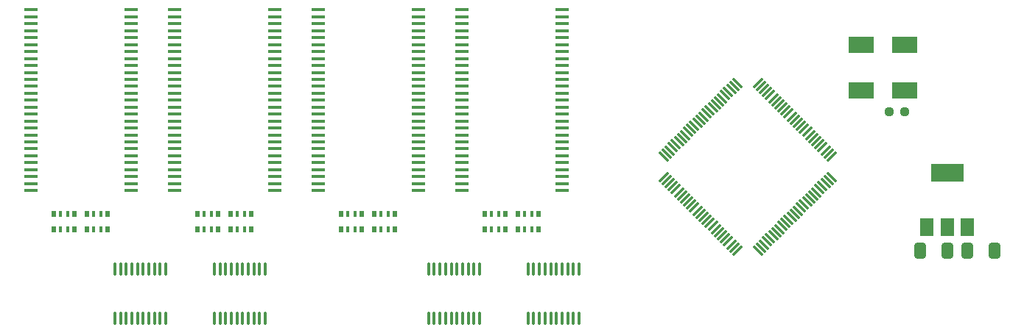
<source format=gbr>
%TF.GenerationSoftware,KiCad,Pcbnew,(6.0.6)*%
%TF.CreationDate,2022-07-10T09:52:36+02:00*%
%TF.ProjectId,GottaGoFaSDZ3,476f7474-6147-46f4-9661-53445a332e6b,rev?*%
%TF.SameCoordinates,Original*%
%TF.FileFunction,Paste,Top*%
%TF.FilePolarity,Positive*%
%FSLAX46Y46*%
G04 Gerber Fmt 4.6, Leading zero omitted, Abs format (unit mm)*
G04 Created by KiCad (PCBNEW (6.0.6)) date 2022-07-10 09:52:36*
%MOMM*%
%LPD*%
G01*
G04 APERTURE LIST*
G04 Aperture macros list*
%AMRoundRect*
0 Rectangle with rounded corners*
0 $1 Rounding radius*
0 $2 $3 $4 $5 $6 $7 $8 $9 X,Y pos of 4 corners*
0 Add a 4 corners polygon primitive as box body*
4,1,4,$2,$3,$4,$5,$6,$7,$8,$9,$2,$3,0*
0 Add four circle primitives for the rounded corners*
1,1,$1+$1,$2,$3*
1,1,$1+$1,$4,$5*
1,1,$1+$1,$6,$7*
1,1,$1+$1,$8,$9*
0 Add four rect primitives between the rounded corners*
20,1,$1+$1,$2,$3,$4,$5,0*
20,1,$1+$1,$4,$5,$6,$7,0*
20,1,$1+$1,$6,$7,$8,$9,0*
20,1,$1+$1,$8,$9,$2,$3,0*%
G04 Aperture macros list end*
%ADD10R,0.500000X0.800000*%
%ADD11R,0.400000X0.800000*%
%ADD12RoundRect,0.100000X-0.100000X0.637500X-0.100000X-0.637500X0.100000X-0.637500X0.100000X0.637500X0*%
%ADD13RoundRect,0.237500X0.250000X0.237500X-0.250000X0.237500X-0.250000X-0.237500X0.250000X-0.237500X0*%
%ADD14RoundRect,0.250000X0.412500X0.650000X-0.412500X0.650000X-0.412500X-0.650000X0.412500X-0.650000X0*%
%ADD15R,1.510000X0.458000*%
%ADD16R,3.000000X1.980000*%
%ADD17RoundRect,0.075000X0.521491X-0.415425X-0.415425X0.521491X-0.521491X0.415425X0.415425X-0.521491X0*%
%ADD18RoundRect,0.075000X0.521491X0.415425X0.415425X0.521491X-0.521491X-0.415425X-0.415425X-0.521491X0*%
%ADD19RoundRect,0.250000X-0.412500X-0.650000X0.412500X-0.650000X0.412500X0.650000X-0.412500X0.650000X0*%
%ADD20R,1.500000X2.000000*%
%ADD21R,3.800000X2.000000*%
G04 APERTURE END LIST*
D10*
%TO.C,RN1*%
X104966469Y-96834478D03*
D11*
X105766469Y-96834478D03*
X106566469Y-96834478D03*
D10*
X107366469Y-96834478D03*
X107366469Y-95034478D03*
D11*
X106566469Y-95034478D03*
X105766469Y-95034478D03*
D10*
X104966469Y-95034478D03*
%TD*%
D12*
%TO.C,U5*%
X165329780Y-101395478D03*
X164679780Y-101395478D03*
X164029780Y-101395478D03*
X163379780Y-101395478D03*
X162729780Y-101395478D03*
X162079780Y-101395478D03*
X161429780Y-101395478D03*
X160779780Y-101395478D03*
X160129780Y-101395478D03*
X159479780Y-101395478D03*
X159479780Y-107120478D03*
X160129780Y-107120478D03*
X160779780Y-107120478D03*
X161429780Y-107120478D03*
X162079780Y-107120478D03*
X162729780Y-107120478D03*
X163379780Y-107120478D03*
X164029780Y-107120478D03*
X164679780Y-107120478D03*
X165329780Y-107120478D03*
%TD*%
D10*
%TO.C,RN8*%
X158306469Y-96834478D03*
D11*
X159106469Y-96834478D03*
X159906469Y-96834478D03*
D10*
X160706469Y-96834478D03*
X160706469Y-95034478D03*
D11*
X159906469Y-95034478D03*
X159106469Y-95034478D03*
D10*
X158306469Y-95034478D03*
%TD*%
D13*
%TO.C,R1*%
X202767092Y-83297157D03*
X200942092Y-83297157D03*
%TD*%
D14*
%TO.C,C3*%
X207645227Y-99280361D03*
X204520227Y-99280361D03*
%TD*%
D10*
%TO.C,RN5*%
X137986469Y-96834478D03*
D11*
X138786469Y-96834478D03*
X139586469Y-96834478D03*
D10*
X140386469Y-96834478D03*
X140386469Y-95034478D03*
D11*
X139586469Y-95034478D03*
X138786469Y-95034478D03*
D10*
X137986469Y-95034478D03*
%TD*%
D15*
%TO.C,U10*%
X163380069Y-92360490D03*
X163380069Y-91560490D03*
X163380069Y-90760490D03*
X163380069Y-89960490D03*
X163380069Y-89160490D03*
X163380069Y-88360490D03*
X163380069Y-87560490D03*
X163380069Y-86760490D03*
X163380069Y-85960490D03*
X163380069Y-85160490D03*
X163380069Y-84360490D03*
X163380069Y-83560490D03*
X163380069Y-82760490D03*
X163380069Y-81960490D03*
X163380069Y-81160490D03*
X163380069Y-80360490D03*
X163380069Y-79560490D03*
X163380069Y-78760490D03*
X163380069Y-77960490D03*
X163380069Y-77160490D03*
X163380069Y-76360490D03*
X163380069Y-75560490D03*
X163380069Y-74760490D03*
X163380069Y-73960490D03*
X163380069Y-73160490D03*
X163380069Y-72360490D03*
X163380069Y-71560490D03*
X151880069Y-71560490D03*
X151880069Y-72360490D03*
X151880069Y-73160490D03*
X151880069Y-73960490D03*
X151880069Y-74760490D03*
X151880069Y-75560490D03*
X151880069Y-76360490D03*
X151880069Y-77160490D03*
X151880069Y-77960490D03*
X151880069Y-78760490D03*
X151880069Y-79560490D03*
X151880069Y-80360490D03*
X151880069Y-81160490D03*
X151880069Y-81960490D03*
X151880069Y-82760490D03*
X151880069Y-83560490D03*
X151880069Y-84360490D03*
X151880069Y-85160490D03*
X151880069Y-85960490D03*
X151880069Y-86760490D03*
X151880069Y-87560490D03*
X151880069Y-88360490D03*
X151880069Y-89160490D03*
X151880069Y-89960490D03*
X151880069Y-90760490D03*
X151880069Y-91560490D03*
X151880069Y-92360490D03*
%TD*%
D16*
%TO.C,X1*%
X197779792Y-75612757D03*
X197779792Y-80872757D03*
X202779792Y-80872757D03*
X202779792Y-75612757D03*
%TD*%
D15*
%TO.C,U7*%
X113850069Y-92360490D03*
X113850069Y-91560490D03*
X113850069Y-90760490D03*
X113850069Y-89960490D03*
X113850069Y-89160490D03*
X113850069Y-88360490D03*
X113850069Y-87560490D03*
X113850069Y-86760490D03*
X113850069Y-85960490D03*
X113850069Y-85160490D03*
X113850069Y-84360490D03*
X113850069Y-83560490D03*
X113850069Y-82760490D03*
X113850069Y-81960490D03*
X113850069Y-81160490D03*
X113850069Y-80360490D03*
X113850069Y-79560490D03*
X113850069Y-78760490D03*
X113850069Y-77960490D03*
X113850069Y-77160490D03*
X113850069Y-76360490D03*
X113850069Y-75560490D03*
X113850069Y-74760490D03*
X113850069Y-73960490D03*
X113850069Y-73160490D03*
X113850069Y-72360490D03*
X113850069Y-71560490D03*
X102350069Y-71560490D03*
X102350069Y-72360490D03*
X102350069Y-73160490D03*
X102350069Y-73960490D03*
X102350069Y-74760490D03*
X102350069Y-75560490D03*
X102350069Y-76360490D03*
X102350069Y-77160490D03*
X102350069Y-77960490D03*
X102350069Y-78760490D03*
X102350069Y-79560490D03*
X102350069Y-80360490D03*
X102350069Y-81160490D03*
X102350069Y-81960490D03*
X102350069Y-82760490D03*
X102350069Y-83560490D03*
X102350069Y-84360490D03*
X102350069Y-85160490D03*
X102350069Y-85960490D03*
X102350069Y-86760490D03*
X102350069Y-87560490D03*
X102350069Y-88360490D03*
X102350069Y-89160490D03*
X102350069Y-89960490D03*
X102350069Y-90760490D03*
X102350069Y-91560490D03*
X102350069Y-92360490D03*
%TD*%
D12*
%TO.C,U2*%
X117850968Y-101395478D03*
X117200968Y-101395478D03*
X116550968Y-101395478D03*
X115900968Y-101395478D03*
X115250968Y-101395478D03*
X114600968Y-101395478D03*
X113950968Y-101395478D03*
X113300968Y-101395478D03*
X112650968Y-101395478D03*
X112000968Y-101395478D03*
X112000968Y-107120478D03*
X112650968Y-107120478D03*
X113300968Y-107120478D03*
X113950968Y-107120478D03*
X114600968Y-107120478D03*
X115250968Y-107120478D03*
X115900968Y-107120478D03*
X116550968Y-107120478D03*
X117200968Y-107120478D03*
X117850968Y-107120478D03*
%TD*%
D17*
%TO.C,U6*%
X185889431Y-99277488D03*
X186242984Y-98923935D03*
X186596538Y-98570382D03*
X186950091Y-98216828D03*
X187303645Y-97863275D03*
X187657198Y-97509721D03*
X188010751Y-97156168D03*
X188364305Y-96802615D03*
X188717858Y-96449061D03*
X189071412Y-96095508D03*
X189424965Y-95741954D03*
X189778518Y-95388401D03*
X190132072Y-95034848D03*
X190485625Y-94681294D03*
X190839178Y-94327741D03*
X191192732Y-93974188D03*
X191546285Y-93620634D03*
X191899839Y-93267081D03*
X192253392Y-92913527D03*
X192606945Y-92559974D03*
X192960499Y-92206421D03*
X193314052Y-91852867D03*
X193667606Y-91499314D03*
X194021159Y-91145760D03*
X194374712Y-90792207D03*
D18*
X194374712Y-88441077D03*
X194021159Y-88087524D03*
X193667606Y-87733970D03*
X193314052Y-87380417D03*
X192960499Y-87026863D03*
X192606945Y-86673310D03*
X192253392Y-86319757D03*
X191899839Y-85966203D03*
X191546285Y-85612650D03*
X191192732Y-85259096D03*
X190839178Y-84905543D03*
X190485625Y-84551990D03*
X190132072Y-84198436D03*
X189778518Y-83844883D03*
X189424965Y-83491330D03*
X189071412Y-83137776D03*
X188717858Y-82784223D03*
X188364305Y-82430669D03*
X188010751Y-82077116D03*
X187657198Y-81723563D03*
X187303645Y-81370009D03*
X186950091Y-81016456D03*
X186596538Y-80662902D03*
X186242984Y-80309349D03*
X185889431Y-79955796D03*
D17*
X183538301Y-79955796D03*
X183184748Y-80309349D03*
X182831194Y-80662902D03*
X182477641Y-81016456D03*
X182124087Y-81370009D03*
X181770534Y-81723563D03*
X181416981Y-82077116D03*
X181063427Y-82430669D03*
X180709874Y-82784223D03*
X180356320Y-83137776D03*
X180002767Y-83491330D03*
X179649214Y-83844883D03*
X179295660Y-84198436D03*
X178942107Y-84551990D03*
X178588554Y-84905543D03*
X178235000Y-85259096D03*
X177881447Y-85612650D03*
X177527893Y-85966203D03*
X177174340Y-86319757D03*
X176820787Y-86673310D03*
X176467233Y-87026863D03*
X176113680Y-87380417D03*
X175760126Y-87733970D03*
X175406573Y-88087524D03*
X175053020Y-88441077D03*
D18*
X175053020Y-90792207D03*
X175406573Y-91145760D03*
X175760126Y-91499314D03*
X176113680Y-91852867D03*
X176467233Y-92206421D03*
X176820787Y-92559974D03*
X177174340Y-92913527D03*
X177527893Y-93267081D03*
X177881447Y-93620634D03*
X178235000Y-93974188D03*
X178588554Y-94327741D03*
X178942107Y-94681294D03*
X179295660Y-95034848D03*
X179649214Y-95388401D03*
X180002767Y-95741954D03*
X180356320Y-96095508D03*
X180709874Y-96449061D03*
X181063427Y-96802615D03*
X181416981Y-97156168D03*
X181770534Y-97509721D03*
X182124087Y-97863275D03*
X182477641Y-98216828D03*
X182831194Y-98570382D03*
X183184748Y-98923935D03*
X183538301Y-99277488D03*
%TD*%
D10*
%TO.C,RN3*%
X121476469Y-96834478D03*
D11*
X122276469Y-96834478D03*
X123076469Y-96834478D03*
D10*
X123876469Y-96834478D03*
X123876469Y-95034478D03*
D11*
X123076469Y-95034478D03*
X122276469Y-95034478D03*
D10*
X121476469Y-95034478D03*
%TD*%
D19*
%TO.C,C2*%
X209930427Y-99331161D03*
X213055427Y-99331161D03*
%TD*%
D12*
%TO.C,U3*%
X129280968Y-101395478D03*
X128630968Y-101395478D03*
X127980968Y-101395478D03*
X127330968Y-101395478D03*
X126680968Y-101395478D03*
X126030968Y-101395478D03*
X125380968Y-101395478D03*
X124730968Y-101395478D03*
X124080968Y-101395478D03*
X123430968Y-101395478D03*
X123430968Y-107120478D03*
X124080968Y-107120478D03*
X124730968Y-107120478D03*
X125380968Y-107120478D03*
X126030968Y-107120478D03*
X126680968Y-107120478D03*
X127330968Y-107120478D03*
X127980968Y-107120478D03*
X128630968Y-107120478D03*
X129280968Y-107120478D03*
%TD*%
%TO.C,U4*%
X153899780Y-101395478D03*
X153249780Y-101395478D03*
X152599780Y-101395478D03*
X151949780Y-101395478D03*
X151299780Y-101395478D03*
X150649780Y-101395478D03*
X149999780Y-101395478D03*
X149349780Y-101395478D03*
X148699780Y-101395478D03*
X148049780Y-101395478D03*
X148049780Y-107120478D03*
X148699780Y-107120478D03*
X149349780Y-107120478D03*
X149999780Y-107120478D03*
X150649780Y-107120478D03*
X151299780Y-107120478D03*
X151949780Y-107120478D03*
X152599780Y-107120478D03*
X153249780Y-107120478D03*
X153899780Y-107120478D03*
%TD*%
D15*
%TO.C,U9*%
X146870069Y-92360490D03*
X146870069Y-91560490D03*
X146870069Y-90760490D03*
X146870069Y-89960490D03*
X146870069Y-89160490D03*
X146870069Y-88360490D03*
X146870069Y-87560490D03*
X146870069Y-86760490D03*
X146870069Y-85960490D03*
X146870069Y-85160490D03*
X146870069Y-84360490D03*
X146870069Y-83560490D03*
X146870069Y-82760490D03*
X146870069Y-81960490D03*
X146870069Y-81160490D03*
X146870069Y-80360490D03*
X146870069Y-79560490D03*
X146870069Y-78760490D03*
X146870069Y-77960490D03*
X146870069Y-77160490D03*
X146870069Y-76360490D03*
X146870069Y-75560490D03*
X146870069Y-74760490D03*
X146870069Y-73960490D03*
X146870069Y-73160490D03*
X146870069Y-72360490D03*
X146870069Y-71560490D03*
X135370069Y-71560490D03*
X135370069Y-72360490D03*
X135370069Y-73160490D03*
X135370069Y-73960490D03*
X135370069Y-74760490D03*
X135370069Y-75560490D03*
X135370069Y-76360490D03*
X135370069Y-77160490D03*
X135370069Y-77960490D03*
X135370069Y-78760490D03*
X135370069Y-79560490D03*
X135370069Y-80360490D03*
X135370069Y-81160490D03*
X135370069Y-81960490D03*
X135370069Y-82760490D03*
X135370069Y-83560490D03*
X135370069Y-84360490D03*
X135370069Y-85160490D03*
X135370069Y-85960490D03*
X135370069Y-86760490D03*
X135370069Y-87560490D03*
X135370069Y-88360490D03*
X135370069Y-89160490D03*
X135370069Y-89960490D03*
X135370069Y-90760490D03*
X135370069Y-91560490D03*
X135370069Y-92360490D03*
%TD*%
D10*
%TO.C,RN4*%
X125286469Y-96834478D03*
D11*
X126086469Y-96834478D03*
X126886469Y-96834478D03*
D10*
X127686469Y-96834478D03*
X127686469Y-95034478D03*
D11*
X126886469Y-95034478D03*
X126086469Y-95034478D03*
D10*
X125286469Y-95034478D03*
%TD*%
D20*
%TO.C,U1*%
X205340219Y-96598852D03*
X207640219Y-96598852D03*
D21*
X207640219Y-90298852D03*
D20*
X209940219Y-96598852D03*
%TD*%
D15*
%TO.C,U8*%
X130360069Y-92360490D03*
X130360069Y-91560490D03*
X130360069Y-90760490D03*
X130360069Y-89960490D03*
X130360069Y-89160490D03*
X130360069Y-88360490D03*
X130360069Y-87560490D03*
X130360069Y-86760490D03*
X130360069Y-85960490D03*
X130360069Y-85160490D03*
X130360069Y-84360490D03*
X130360069Y-83560490D03*
X130360069Y-82760490D03*
X130360069Y-81960490D03*
X130360069Y-81160490D03*
X130360069Y-80360490D03*
X130360069Y-79560490D03*
X130360069Y-78760490D03*
X130360069Y-77960490D03*
X130360069Y-77160490D03*
X130360069Y-76360490D03*
X130360069Y-75560490D03*
X130360069Y-74760490D03*
X130360069Y-73960490D03*
X130360069Y-73160490D03*
X130360069Y-72360490D03*
X130360069Y-71560490D03*
X118860069Y-71560490D03*
X118860069Y-72360490D03*
X118860069Y-73160490D03*
X118860069Y-73960490D03*
X118860069Y-74760490D03*
X118860069Y-75560490D03*
X118860069Y-76360490D03*
X118860069Y-77160490D03*
X118860069Y-77960490D03*
X118860069Y-78760490D03*
X118860069Y-79560490D03*
X118860069Y-80360490D03*
X118860069Y-81160490D03*
X118860069Y-81960490D03*
X118860069Y-82760490D03*
X118860069Y-83560490D03*
X118860069Y-84360490D03*
X118860069Y-85160490D03*
X118860069Y-85960490D03*
X118860069Y-86760490D03*
X118860069Y-87560490D03*
X118860069Y-88360490D03*
X118860069Y-89160490D03*
X118860069Y-89960490D03*
X118860069Y-90760490D03*
X118860069Y-91560490D03*
X118860069Y-92360490D03*
%TD*%
D10*
%TO.C,RN7*%
X154496469Y-96834478D03*
D11*
X155296469Y-96834478D03*
X156096469Y-96834478D03*
D10*
X156896469Y-96834478D03*
X156896469Y-95034478D03*
D11*
X156096469Y-95034478D03*
X155296469Y-95034478D03*
D10*
X154496469Y-95034478D03*
%TD*%
%TO.C,RN6*%
X141796469Y-96834478D03*
D11*
X142596469Y-96834478D03*
X143396469Y-96834478D03*
D10*
X144196469Y-96834478D03*
X144196469Y-95034478D03*
D11*
X143396469Y-95034478D03*
X142596469Y-95034478D03*
D10*
X141796469Y-95034478D03*
%TD*%
%TO.C,RN2*%
X108776469Y-96834478D03*
D11*
X109576469Y-96834478D03*
X110376469Y-96834478D03*
D10*
X111176469Y-96834478D03*
X111176469Y-95034478D03*
D11*
X110376469Y-95034478D03*
X109576469Y-95034478D03*
D10*
X108776469Y-95034478D03*
%TD*%
M02*

</source>
